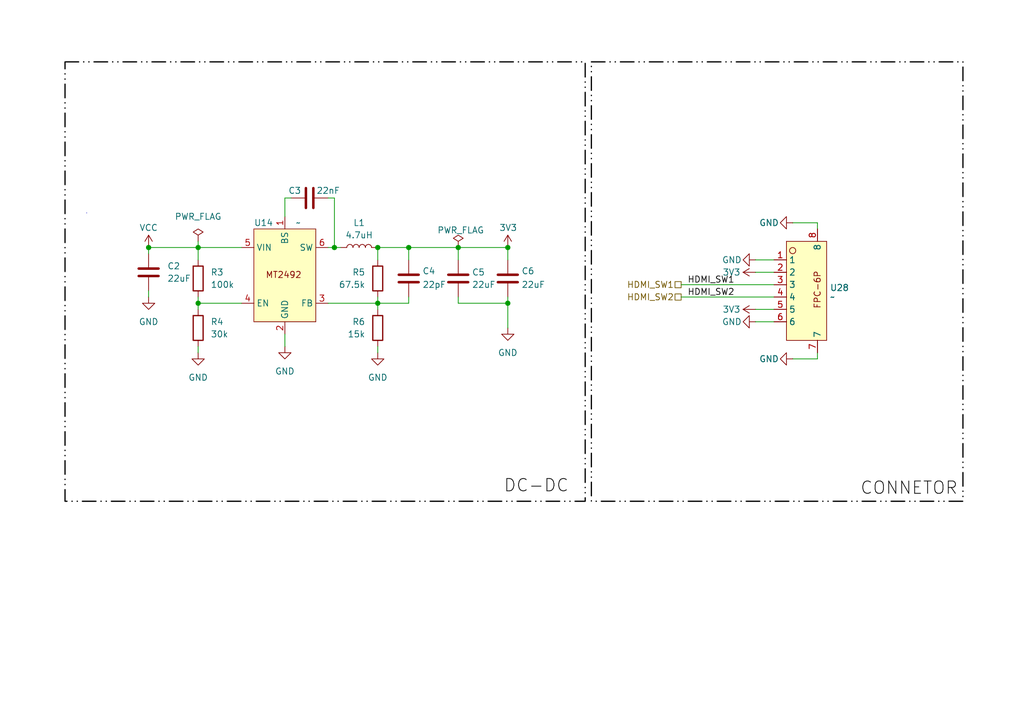
<source format=kicad_sch>
(kicad_sch (version 20231120) (generator "eeschema") (generator_version "8.0")
  (paper "A5")
  (title_block (date "2024-07-11"))
  (lib_symbols
    (symbol "Device:C" (pin_numbers hide) (pin_names (offset 0.254))
      (property "Reference" "C" (at 0.635 2.54 0))
      (property "Value" "C" (at 0.635 -2.54 0))
      (symbol "C_0_1"
        (polyline (pts (xy -2.032 -0.762) (xy 2.032 -0.762)) (stroke (width 0.508)))
        (polyline (pts (xy -2.032 0.762) (xy 2.032 0.762)) (stroke (width 0.508)))
      )
      (symbol "C_1_1"
        (pin passive line (at 0 3.81 270) (length 2.794) (name "~") (number "1"))
        (pin passive line (at 0 -3.81 90) (length 2.794) (name "~") (number "2"))
      )
    )
    (symbol "Device:L" (pin_numbers hide) (pin_names (offset 1.016) hide)
      (property "Reference" "L" (at -1.27 0 90))
      (property "Value" "L" (at 1.905 0 90))
      (symbol "L_0_1"
        (arc (start 0 -2.54) (mid 0.6323 -1.905) (end 0 -1.27))
        (arc (start 0 -1.27) (mid 0.6323 -0.635) (end 0 0))
        (arc (start 0 0) (mid 0.6323 0.635) (end 0 1.27))
        (arc (start 0 1.27) (mid 0.6323 1.905) (end 0 2.54))
      )
      (symbol "L_1_1"
        (pin passive line (at 0 3.81 270) (length 1.27) (name "1") (number "1"))
        (pin passive line (at 0 -3.81 90) (length 1.27) (name "2") (number "2"))
      )
    )
    (symbol "Device:R" (pin_numbers hide) (pin_names (offset 0))
      (property "Reference" "R" (at 2.032 0 90))
      (property "Value" "R" (at 0 0 90))
      (symbol "R_0_1"
        (rectangle (start -1.016 -2.54) (end 1.016 2.54) (stroke (width 0.254)))
      )
      (symbol "R_1_1"
        (pin passive line (at 0 3.81 270) (length 1.27) (name "~") (number "1"))
        (pin passive line (at 0 -3.81 90) (length 1.27) (name "~") (number "2"))
      )
    )
    (symbol "HdmiSwitch:FPC-6P"
      (property "Reference" "U" (at 1.524 1.016 0))
      (symbol "FPC-6P_0_1"
        (circle (center 1.27 -1.905) (radius 0.635))
      )
      (symbol "FPC-6P_1_1"
        (rectangle (start 0 0) (end 8.255 -20.32) (fill (type background)))
        (text "FPC-6P" (at 6.35 -9.906 900) (effects (font (size 1.27 1.27))))
        (pin passive line (at -2.54 -3.81 0) (length 2.54) (name "1") (number "1"))
        (pin passive line (at -2.54 -6.35 0) (length 2.54) (name "2") (number "2"))
        (pin passive line (at -2.54 -8.89 0) (length 2.54) (name "3") (number "3"))
        (pin passive line (at -2.54 -11.43 0) (length 2.54) (name "4") (number "4"))
        (pin passive line (at -2.54 -13.97 0) (length 2.54) (name "5") (number "5"))
        (pin passive line (at -2.54 -16.51 0) (length 2.54) (name "6") (number "6"))
        (pin passive line (at 6.35 -22.86 90) (length 2.54) (name "7") (number "7"))
        (pin passive line (at 6.35 2.54 270) (length 2.54) (name "8") (number "8"))
      )
    )
    (symbol "HdmiSwitch:MT2492"
      (property "Reference" "U" (at 0 1.524 0))
      (symbol "MT2492_1_1"
        (rectangle (start 0 0) (end 12.7 -19.05) (fill (type background)))
        (text "MT2492" (at 6.096 -9.398 0) (effects (font (size 1.27 1.27))))
        (pin passive line (at 6.35 2.54 270) (length 2.54) (name "BS") (number "1"))
        (pin power_in line (at 6.35 -21.59 90) (length 2.54) (name "GND") (number "2"))
        (pin passive line (at 15.24 -15.24 180) (length 2.54) (name "FB") (number "3"))
        (pin passive line (at -2.54 -15.24 0) (length 2.54) (name "EN") (number "4"))
        (pin power_in line (at -2.54 -3.81 0) (length 2.54) (name "VIN") (number "5"))
        (pin passive line (at 15.24 -3.81 180) (length 2.54) (name "SW") (number "6"))
      )
    )
    (symbol "power:GND" (power) (pin_numbers hide) (pin_names (offset 0) hide)
      (property "Value" "GND" (at 0 -3.81 0))
      (symbol "GND_0_1"
        (polyline (pts (xy 0 0) (xy 0 -1.27) (xy 1.27 -1.27) (xy 0 -2.54) (xy -1.27 -1.27) (xy 0 -1.27)))
      )
      (symbol "GND_1_1"
        (pin power_in line (at 0 0 270) (length 0) (name "~") (number "1"))
      )
    )
    (symbol "power:PWR_FLAG" (power) (pin_numbers hide) (pin_names (offset 0) hide)
      (property "Value" "PWR_FLAG" (at 0 3.81 0))
      (symbol "PWR_FLAG_0_0"
        (pin power_out line (at 0 0 90) (length 0) (name "~") (number "1"))
      )
      (symbol "PWR_FLAG_0_1"
        (polyline (pts (xy 0 0) (xy 0 1.27) (xy -1.016 1.905) (xy 0 2.54) (xy 1.016 1.905) (xy 0 1.27)))
      )
    )
    (symbol "power:VCC" (power) (pin_numbers hide) (pin_names (offset 0) hide)
      (property "Value" "VCC" (at 0 3.556 0))
      (symbol "VCC_0_1"
        (polyline (pts (xy -0.762 1.27) (xy 0 2.54)))
        (polyline (pts (xy 0 0) (xy 0 2.54)))
        (polyline (pts (xy 0 2.54) (xy 0.762 1.27)))
      )
      (symbol "VCC_1_1"
        (pin power_in line (at 0 0 90) (length 0) (name "~") (number "1"))
      )
    )
  )
  (junction (at 104.14 50.8))
  (junction (at 68.58 50.8))
  (junction (at 93.98 50.8))
  (junction (at 83.82 50.8))
  (junction (at 77.47 62.23))
  (junction (at 77.47 50.8))
  (junction (at 30.48 50.8))
  (junction (at 40.64 50.8))
  (junction (at 40.64 62.23))
  (junction (at 104.14 62.23))
  (wire (pts (xy 167.64 46.99) (xy 167.64 45.72)))
  (wire (pts (xy 104.14 60.96) (xy 104.14 62.23)))
  (wire (pts (xy 93.98 60.96) (xy 93.98 62.23)))
  (wire (pts (xy 167.64 72.39) (xy 167.64 73.66)))
  (wire (pts (xy 139.7 58.42) (xy 158.75 58.42)))
  (wire (pts (xy 49.53 50.8) (xy 40.64 50.8)))
  (wire (pts (xy 58.42 68.58) (xy 58.42 71.12)))
  (wire (pts (xy 77.47 71.12) (xy 77.47 72.39)))
  (wire (pts (xy 93.98 50.8) (xy 93.98 53.34)))
  (wire (pts (xy 77.47 50.8) (xy 83.82 50.8)))
  (wire (pts (xy 93.98 62.23) (xy 104.14 62.23)))
  (wire (pts (xy 83.82 62.23) (xy 77.47 62.23)))
  (wire (pts (xy 68.58 50.8) (xy 67.31 50.8)))
  (wire (pts (xy 40.64 71.12) (xy 40.64 72.39)))
  (wire (pts (xy 40.64 50.8) (xy 40.64 53.34)))
  (wire (pts (xy 162.56 45.72) (xy 167.64 45.72)))
  (wire (pts (xy 139.7 60.96) (xy 158.75 60.96)))
  (wire (pts (xy 30.48 50.8) (xy 40.64 50.8)))
  (wire (pts (xy 40.64 60.96) (xy 40.64 62.23)))
  (wire (pts (xy 162.56 73.66) (xy 167.64 73.66)))
  (wire (pts (xy 77.47 50.8) (xy 77.47 53.34)))
  (wire (pts (xy 40.64 62.23) (xy 49.53 62.23)))
  (wire (pts (xy 30.48 50.8) (xy 30.48 52.07)))
  (wire (pts (xy 77.47 60.96) (xy 77.47 62.23)))
  (wire (pts (xy 83.82 53.34) (xy 83.82 50.8)))
  (wire (pts (xy 154.94 63.5) (xy 158.75 63.5)))
  (wire (pts (xy 59.69 40.64) (xy 58.42 40.64)))
  (wire (pts (xy 104.14 53.34) (xy 104.14 50.8)))
  (wire (pts (xy 30.48 59.69) (xy 30.48 60.96)))
  (wire (pts (xy 104.14 62.23) (xy 104.14 67.31)))
  (wire (pts (xy 67.31 62.23) (xy 77.47 62.23)))
  (wire (pts (xy 58.42 40.64) (xy 58.42 44.45)))
  (wire (pts (xy 40.64 62.23) (xy 40.64 63.5)))
  (wire (pts (xy 154.94 66.04) (xy 158.75 66.04)))
  (wire (pts (xy 154.94 53.34) (xy 158.75 53.34)))
  (wire (pts (xy 83.82 60.96) (xy 83.82 62.23)))
  (wire (pts (xy 77.47 62.23) (xy 77.47 63.5)))
  (wire (pts (xy 40.64 49.53) (xy 40.64 50.8)))
  (wire (pts (xy 67.31 40.64) (xy 68.58 40.64)))
  (wire (pts (xy 93.98 50.8) (xy 104.14 50.8)))
  (wire (pts (xy 154.94 55.88) (xy 158.75 55.88)))
  (wire (pts (xy 69.85 50.8) (xy 68.58 50.8)))
  (wire (pts (xy 83.82 50.8) (xy 93.98 50.8)))
  (wire (pts (xy 68.58 40.64) (xy 68.58 50.8)))
  (rectangle (start 17.78 43.688) (end 17.78 43.688))
  (rectangle (start 13.335 12.7) (end 120.015 102.87) (stroke (width 0.254) (type dash_dot_dot) (color 0 0 0 1)))
  (rectangle (start 121.285 12.7) (end 197.485 102.87) (stroke (width 0.254) (type dash_dot_dot) (color 0 0 0 1)))
  (text "DC-DC" (at 109.982 99.822 0) (effects (font (size 2.54 2.54))))
  (text "CONNETOR" (at 186.436 100.33 0) (effects (font (size 2.54 2.54))))
  (label "HDMI_SW1" (at 140.97 58.42 0))
  (label "HDMI_SW2" (at 140.97 60.96 0))
  (hierarchical_label "HDMI_SW1" (shape passive) (at 139.7 58.42 180))
  (hierarchical_label "HDMI_SW2" (shape passive) (at 139.7 60.96 180))
  (symbol (lib_id "Device:C") (at 104.14 57.15 0) (unit 1)
    (property "Reference" "C6" (at 106.934 55.626 0) (effects (justify left)))
    (property "Value" "22uF" (at 106.934 58.42 0) (effects (justify left)))
    (property "Description" "Unpolarized capacitor" (effects (hide yes)))
  )
  (symbol (lib_id "HdmiSwitch:MT2492") (at 52.07 46.99 0) (unit 1)
    (property "Reference" "U14" (at 52.07 45.72 0) (effects (justify left)))
    (property "Value" "~" (at 60.6141 45.72 0) (effects (justify left)))
  )
  (symbol (lib_id "power:GND") (at 77.47 72.39 0) (unit 1)
    (property "Reference" "#PWR049" (effects (hide yes)))
    (property "Value" "GND" (at 77.47 77.47 0))
    (property "Description" "Power symbol creates a global label with name \"GND\" , ground" (effects (hide yes)))
  )
  (symbol (lib_id "power:VCC") (at 154.94 63.5 90) (unit 1)
    (property "Reference" "#PWR098" (effects (hide yes)))
    (property "Value" "3V3" (at 151.892 63.5 90) (effects (justify left)))
    (property "Description" "Power symbol creates a global label with name \"VCC\"" (effects (hide yes)))
  )
  (symbol (lib_id "power:VCC") (at 154.94 55.88 90) (mirror x) (unit 1)
    (property "Reference" "#PWR0100" (effects (hide yes)))
    (property "Value" "3V3" (at 151.892 55.88 90) (effects (justify left)))
    (property "Description" "Power symbol creates a global label with name \"VCC\"" (effects (hide yes)))
  )
  (symbol (lib_id "power:VCC") (at 104.14 50.8 0) (unit 1)
    (property "Reference" "#PWR050" (effects (hide yes)))
    (property "Value" "3V3" (at 102.362 46.736 0) (effects (justify left)))
    (property "Description" "Power symbol creates a global label with name \"VCC\"" (effects (hide yes)))
  )
  (symbol (lib_id "power:GND") (at 40.64 72.39 0) (unit 1)
    (property "Reference" "#PWR047" (effects (hide yes)))
    (property "Value" "GND" (at 40.64 77.47 0))
    (property "Description" "Power symbol creates a global label with name \"GND\" , ground" (effects (hide yes)))
  )
  (symbol (lib_id "Device:R") (at 77.47 67.31 0) (mirror y) (unit 1)
    (property "Reference" "R6" (at 74.93 66.0399 0) (effects (justify left)))
    (property "Value" "15k" (at 74.93 68.5799 0) (effects (justify left)))
    (property "Description" "Resistor" (effects (hide yes)))
  )
  (symbol (lib_id "power:GND") (at 154.94 66.04 270) (unit 1)
    (property "Reference" "#PWR099" (effects (hide yes)))
    (property "Value" "GND" (at 152.146 66.04 90) (effects (justify right)))
    (property "Description" "Power symbol creates a global label with name \"GND\" , ground" (effects (hide yes)))
  )
  (symbol (lib_id "Device:C") (at 83.82 57.15 0) (unit 1)
    (property "Reference" "C4" (at 86.614 55.626 0) (effects (justify left)))
    (property "Value" "22pF" (at 86.614 58.42 0) (effects (justify left)))
    (property "Description" "Unpolarized capacitor" (effects (hide yes)))
  )
  (symbol (lib_id "power:GND") (at 30.48 60.96 0) (unit 1)
    (property "Reference" "#PWR046" (effects (hide yes)))
    (property "Value" "GND" (at 30.48 66.04 0))
    (property "Description" "Power symbol creates a global label with name \"GND\" , ground" (effects (hide yes)))
  )
  (symbol (lib_id "Device:R") (at 77.47 57.15 0) (mirror y) (unit 1)
    (property "Reference" "R5" (at 74.93 55.8799 0) (effects (justify left)))
    (property "Value" "67.5k" (at 74.93 58.4199 0) (effects (justify left)))
    (property "Description" "Resistor" (effects (hide yes)))
  )
  (symbol (lib_id "power:GND") (at 104.14 67.31 0) (unit 1)
    (property "Reference" "#PWR051" (effects (hide yes)))
    (property "Value" "GND" (at 104.14 72.39 0))
    (property "Description" "Power symbol creates a global label with name \"GND\" , ground" (effects (hide yes)))
  )
  (symbol (lib_id "power:GND") (at 162.56 45.72 270) (mirror x) (unit 1)
    (property "Reference" "#PWR0103" (effects (hide yes)))
    (property "Value" "GND" (at 159.766 45.72 90) (effects (justify right)))
    (property "Description" "Power symbol creates a global label with name \"GND\" , ground" (effects (hide yes)))
  )
  (symbol (lib_id "Device:C") (at 63.5 40.64 90) (unit 1)
    (property "Reference" "C3" (at 60.452 39.116 90))
    (property "Value" "22nF" (at 67.31 39.116 90))
    (property "Description" "Unpolarized capacitor" (effects (hide yes)))
  )
  (symbol (lib_id "HdmiSwitch:FPC-6P") (at 161.29 49.53 0) (unit 1)
    (property "Reference" "U28" (at 170.18 59.0549 0) (effects (justify left)))
    (property "Value" "~" (at 170.18 60.96 0) (effects (justify left)))
  )
  (symbol (lib_id "power:PWR_FLAG") (at 40.64 49.53 0) (unit 1)
    (property "Reference" "#FLG01" (effects (hide yes)))
    (property "Value" "PWR_FLAG" (at 40.64 44.45 0))
    (property "Description" "Special symbol for telling ERC where power comes from" (effects (hide yes)))
  )
  (symbol (lib_id "Device:C") (at 93.98 57.15 0) (unit 1)
    (property "Reference" "C5" (at 96.774 55.88 0) (effects (justify left)))
    (property "Value" "22uF" (at 96.774 58.42 0) (effects (justify left)))
    (property "Description" "Unpolarized capacitor" (effects (hide yes)))
  )
  (symbol (lib_id "power:VCC") (at 30.48 50.8 0) (unit 1)
    (property "Reference" "#PWR045" (effects (hide yes)))
    (property "Value" "VCC" (at 30.48 46.736 0))
    (property "Description" "Power symbol creates a global label with name \"VCC\"" (effects (hide yes)))
  )
  (symbol (lib_id "Device:C") (at 30.48 55.88 0) (unit 1)
    (property "Reference" "C2" (at 34.29 54.6099 0) (effects (justify left)))
    (property "Value" "22uF" (at 34.29 57.1499 0) (effects (justify left)))
    (property "Description" "Unpolarized capacitor" (effects (hide yes)))
  )
  (symbol (lib_id "power:GND") (at 58.42 71.12 0) (unit 1)
    (property "Reference" "#PWR048" (effects (hide yes)))
    (property "Value" "GND" (at 58.42 76.2 0))
    (property "Description" "Power symbol creates a global label with name \"GND\" , ground" (effects (hide yes)))
  )
  (symbol (lib_id "power:GND") (at 162.56 73.66 270) (unit 1)
    (property "Reference" "#PWR0102" (effects (hide yes)))
    (property "Value" "GND" (at 159.766 73.66 90) (effects (justify right)))
    (property "Description" "Power symbol creates a global label with name \"GND\" , ground" (effects (hide yes)))
  )
  (symbol (lib_id "power:GND") (at 154.94 53.34 270) (mirror x) (unit 1)
    (property "Reference" "#PWR0101" (effects (hide yes)))
    (property "Value" "GND" (at 152.146 53.34 90) (effects (justify right)))
    (property "Description" "Power symbol creates a global label with name \"GND\" , ground" (effects (hide yes)))
  )
  (symbol (lib_id "Device:R") (at 40.64 57.15 0) (unit 1)
    (property "Reference" "R3" (at 43.18 55.8799 0) (effects (justify left)))
    (property "Value" "100k" (at 43.18 58.4199 0) (effects (justify left)))
    (property "Description" "Resistor" (effects (hide yes)))
  )
  (symbol (lib_id "power:PWR_FLAG") (at 93.98 50.8 0) (unit 1)
    (property "Reference" "#FLG02" (effects (hide yes)))
    (property "Value" "PWR_FLAG" (at 94.488 47.244 0))
    (property "Description" "Special symbol for telling ERC where power comes from" (effects (hide yes)))
  )
  (symbol (lib_id "Device:L") (at 73.66 50.8 90) (unit 1)
    (property "Reference" "L1" (at 73.66 45.72 90))
    (property "Value" "4.7uH" (at 73.66 48.26 90))
    (property "Description" "Inductor" (effects (hide yes)))
  )
  (symbol (lib_id "Device:R") (at 40.64 67.31 0) (unit 1)
    (property "Reference" "R4" (at 43.18 66.0399 0) (effects (justify left)))
    (property "Value" "30k" (at 43.18 68.5799 0) (effects (justify left)))
    (property "Description" "Resistor" (effects (hide yes)))
  )
)
</source>
